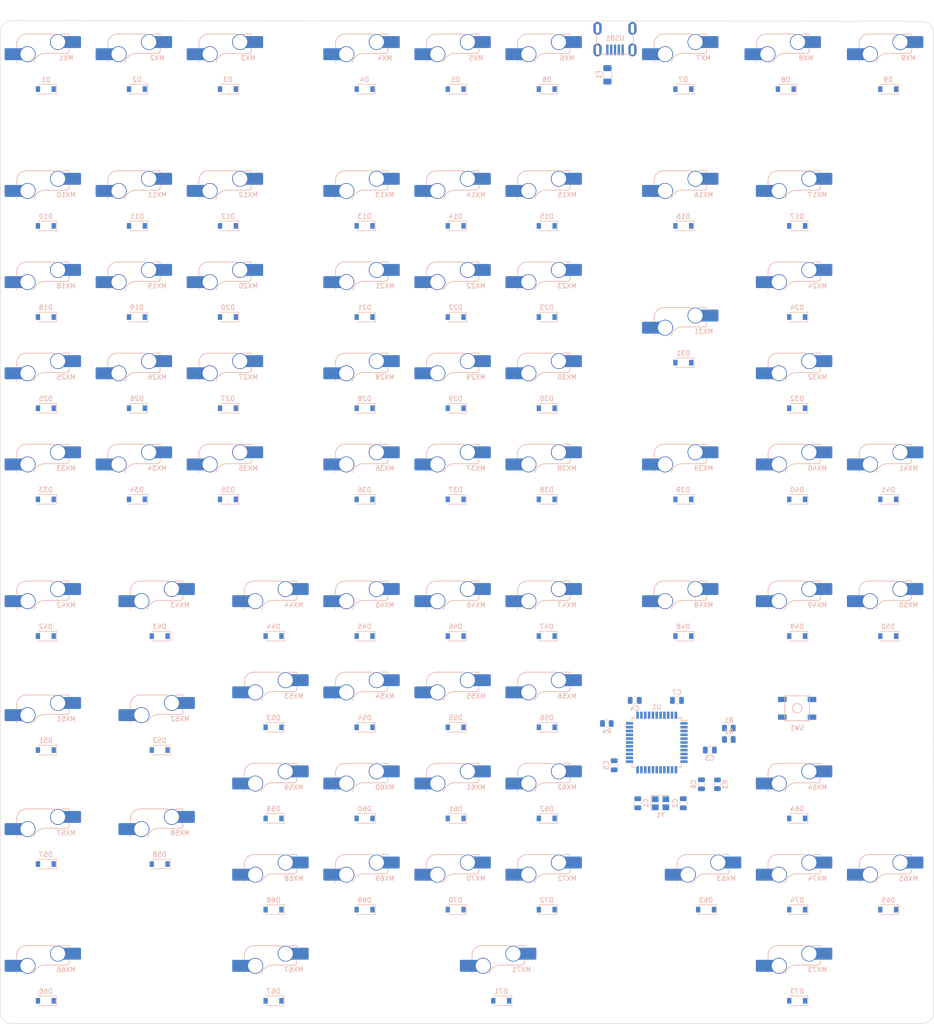
<source format=kicad_pcb>
(kicad_pcb (version 20211014) (generator pcbnew)
  (layers (0 "F.Cu" signal) (31 "B.Cu" signal) (34 "B.Paste" user) (35 "F.Paste" user) (36 "B.SilkS" user "B.Silkscreen") (37 "F.SilkS" user "F.Silkscreen") (38 "B.Mask" user) (39 "F.Mask" user) (44 "Edge.Cuts" user))
  (net 0 "")
  (net 1 "GND")
  (net 2 "Net-(C1-Pad2)")
  (net 3 "Net-(C2-Pad2)")
  (net 4 "Net-(C3-Pad1)")
  (net 5 "+5V")
  (net 6 "ROW0")
  (net 7 "Net-(D1-Pad2)")
  (net 8 "Net-(D2-Pad2)")
  (net 9 "Net-(D3-Pad2)")
  (net 10 "Net-(D4-Pad2)")
  (net 11 "Net-(D5-Pad2)")
  (net 12 "Net-(D6-Pad2)")
  (net 13 "Net-(D7-Pad2)")
  (net 14 "Net-(D8-Pad2)")
  (net 15 "Net-(D9-Pad2)")
  (net 16 "ROW1")
  (net 17 "Net-(D10-Pad2)")
  (net 18 "Net-(D11-Pad2)")
  (net 19 "Net-(D12-Pad2)")
  (net 20 "Net-(D13-Pad2)")
  (net 21 "Net-(D14-Pad2)")
  (net 22 "Net-(D15-Pad2)")
  (net 23 "Net-(D16-Pad2)")
  (net 24 "Net-(D17-Pad2)")
  (net 25 "ROW2")
  (net 26 "Net-(D18-Pad2)")
  (net 27 "Net-(D19-Pad2)")
  (net 28 "Net-(D20-Pad2)")
  (net 29 "Net-(D21-Pad2)")
  (net 30 "Net-(D22-Pad2)")
  (net 31 "Net-(D23-Pad2)")
  (net 32 "Net-(D24-Pad2)")
  (net 33 "ROW3")
  (net 34 "Net-(D25-Pad2)")
  (net 35 "Net-(D26-Pad2)")
  (net 36 "Net-(D27-Pad2)")
  (net 37 "Net-(D28-Pad2)")
  (net 38 "Net-(D29-Pad2)")
  (net 39 "Net-(D30-Pad2)")
  (net 40 "Net-(D31-Pad2)")
  (net 41 "Net-(D32-Pad2)")
  (net 42 "ROW4")
  (net 43 "Net-(D33-Pad2)")
  (net 44 "Net-(D34-Pad2)")
  (net 45 "Net-(D35-Pad2)")
  (net 46 "Net-(D36-Pad2)")
  (net 47 "Net-(D37-Pad2)")
  (net 48 "Net-(D38-Pad2)")
  (net 49 "Net-(D39-Pad2)")
  (net 50 "Net-(D40-Pad2)")
  (net 51 "Net-(D41-Pad2)")
  (net 52 "ROW5")
  (net 53 "Net-(D42-Pad2)")
  (net 54 "Net-(D43-Pad2)")
  (net 55 "Net-(D44-Pad2)")
  (net 56 "Net-(D45-Pad2)")
  (net 57 "Net-(D46-Pad2)")
  (net 58 "Net-(D47-Pad2)")
  (net 59 "Net-(D48-Pad2)")
  (net 60 "Net-(D49-Pad2)")
  (net 61 "Net-(D50-Pad2)")
  (net 62 "ROW6")
  (net 63 "Net-(D51-Pad2)")
  (net 64 "Net-(D52-Pad2)")
  (net 65 "Net-(D53-Pad2)")
  (net 66 "Net-(D54-Pad2)")
  (net 67 "Net-(D55-Pad2)")
  (net 68 "Net-(D56-Pad2)")
  (net 69 "ROW7")
  (net 70 "Net-(D57-Pad2)")
  (net 71 "Net-(D58-Pad2)")
  (net 72 "Net-(D59-Pad2)")
  (net 73 "Net-(D60-Pad2)")
  (net 74 "Net-(D61-Pad2)")
  (net 75 "Net-(D62-Pad2)")
  (net 76 "Net-(D63-Pad2)")
  (net 77 "Net-(D64-Pad2)")
  (net 78 "Net-(D65-Pad2)")
  (net 79 "ROW8")
  (net 80 "Net-(D66-Pad2)")
  (net 81 "Net-(D67-Pad2)")
  (net 82 "Net-(D68-Pad2)")
  (net 83 "Net-(D69-Pad2)")
  (net 84 "Net-(D70-Pad2)")
  (net 85 "Net-(D71-Pad2)")
  (net 86 "Net-(D72-Pad2)")
  (net 87 "Net-(D73-Pad2)")
  (net 88 "Net-(D74-Pad2)")
  (net 89 "VCC")
  (net 90 "COL0")
  (net 91 "cOL1")
  (net 92 "COL2")
  (net 93 "COL3")
  (net 94 "COL4")
  (net 95 "COL5")
  (net 96 "COL6")
  (net 97 "COL7")
  (net 98 "COL8")
  (net 99 "D-")
  (net 100 "Net-(R1-Pad2)")
  (net 101 "D+")
  (net 102 "Net-(R2-Pad2)")
  (net 103 "Net-(R3-Pad2)")
  (net 104 "Net-(R4-Pad1)")
  (footprint "Diode_SMD:D_SOD-123" (layer "B.Cu") (at -169.8625 107.95 180)
    (fp_text reference "D24")
    (fp_text value "SOD-123")
  )
  (footprint "marbastlib-mx:SW_MX_HS_1u" (layer "B.Cu") (at -307.975 84.1375 180)
    (fp_text reference "MX11")
    (fp_text value "MX-NoLED" hide)
  )
  (footprint "Diode_SMD:D_SOD-123" (layer "B.Cu") (at -279.4 193.675 180)
    (fp_text reference "D53")
    (fp_text value "SOD-123")
  )
  (footprint "Diode_SMD:D_SOD-123" (layer "B.Cu") (at -241.3 127 180)
    (fp_text reference "D29")
    (fp_text value "SOD-123")
  )
  (footprint "Capacitor_SMD:C_0805_2012Metric" (layer "B.Cu") (at -208.13125 201.6125 -90)
    (fp_text reference "C5")
    (fp_text value "0.1uF")
  )
  (footprint "marbastlib-mx:SW_MX_HS_1u" (layer "B.Cu") (at -241.3 207.9625 180)
    (fp_text reference "MX61")
    (fp_text value "MX-NoLED" hide)
  )
  (footprint "marbastlib-mx:SW_MX_HS_1u" (layer "B.Cu") (at -327.025 122.2375 180)
    (fp_text reference "MX25")
    (fp_text value "MX-NoLED" hide)
  )
  (footprint "Diode_SMD:D_SOD-123" (layer "B.Cu") (at -222.25 60.325 180)
    (fp_text reference "D6")
    (fp_text value "SOD-123")
  )
  (footprint "marbastlib-mx:SW_MX_HS_1u" (layer "B.Cu") (at -241.3 55.5625 180)
    (fp_text reference "MX5")
    (fp_text value "MX-NoLED" hide)
  )
  (footprint "Capacitor_SMD:C_0805_2012Metric" (layer "B.Cu") (at -203.2 209.55 90)
    (fp_text reference "C1")
    (fp_text value "22pF")
  )
  (footprint "marbastlib-mx:SW_MX_HS_1u" (layer "B.Cu") (at -222.25 55.5625 180)
    (fp_text reference "MX6")
    (fp_text value "MX-NoLED" hide)
  )
  (footprint "Crystal:Crystal_SMD_3225-4Pin_3.2x2.5mm" (layer "B.Cu") (at -198.4375 209.55)
    (fp_text reference "Y1")
    (fp_text value "16MHz")
  )
  (footprint "Diode_SMD:D_SOD-123" (layer "B.Cu") (at -327.025 146.05 180)
    (fp_text reference "D33")
    (fp_text value "SOD-123")
  )
  (footprint "marbastlib-mx:SW_MX_HS_1u" (layer "B.Cu") (at -327.025 193.675 180)
    (fp_text reference "MX51")
    (fp_text value "MX-NoLED" hide)
  )
  (footprint "marbastlib-mx:SW_MX_HS_1u" (layer "B.Cu") (at -241.3 169.8625 180)
    (fp_text reference "MX46")
    (fp_text value "MX-NoLED" hide)
  )
  (footprint "Diode_SMD:D_SOD-123" (layer "B.Cu") (at -260.35 88.9 180)
    (fp_text reference "D13")
    (fp_text value "SOD-123")
  )
  (footprint "Diode_SMD:D_SOD-123" (layer "B.Cu") (at -307.975 88.9 180)
    (fp_text reference "D11")
    (fp_text value "SOD-123")
  )
  (footprint "Diode_SMD:D_SOD-123" (layer "B.Cu") (at -150.8125 60.325 180)
    (fp_text reference "D9")
    (fp_text value "SOD-123")
  )
  (footprint "Diode_SMD:D_SOD-123" (layer "B.Cu") (at -307.975 107.95 180)
    (fp_text reference "D19")
    (fp_text value "SOD-123")
  )
  (footprint "Diode_SMD:D_SOD-123" (layer "B.Cu") (at -303.2125 198.4375 180)
    (fp_text reference "D52")
    (fp_text value "SOD-123")
  )
  (footprint "Capacitor_SMD:C_0805_2012Metric" (layer "B.Cu") (at -203.836252 188.06)
    (fp_text reference "C4")
    (fp_text value "0.1uF")
  )
  (footprint "Resistor_SMD:R_0805_2012Metric" (layer "B.Cu") (at -186.53125 205.58125 90)
    (fp_text reference "R3")
    (fp_text value "10k")
  )
  (footprint "Diode_SMD:D_SOD-123" (layer "B.Cu") (at -172.24375 60.325 180)
    (fp_text reference "D8")
    (fp_text value "SOD-123")
  )
  (footprint "marbastlib-mx:SW_MX_HS_1u" (layer "B.Cu") (at -222.25 227.0125 180)
    (fp_text reference "MX72")
    (fp_text value "MX-NoLED" hide)
  )
  (footprint "Diode_SMD:D_SOD-123" (layer "B.Cu") (at -169.8625 250.825 180)
    (fp_text reference "D73")
    (fp_text value "SOD-123")
  )
  (footprint "marbastlib-mx:SW_MX_HS_1u" (layer "B.Cu") (at -327.025 217.4875 180)
    (fp_text reference "MX57")
    (fp_text value "MX-NoLED" hide)
  )
  (footprint "Diode_SMD:D_SOD-123" (layer "B.Cu") (at -193.675 146.05 180)
    (fp_text reference "D39")
    (fp_text value "SOD-123")
  )
  (footprint "Diode_SMD:D_SOD-123" (layer "B.Cu") (at -279.4 212.725 180)
    (fp_text reference "D59")
    (fp_text value "SOD-123")
  )
  (footprint "marbastlib-mx:SW_MX_HS_1u" (layer "B.Cu") (at -307.975 103.1875 180)
    (fp_text reference "MX19")
    (fp_text value "MX-NoLED" hide)
  )
  (footprint "marbastlib-mx:SW_MX_HS_1u" (layer "B.Cu") (at -260.35 227.0125 180)
    (fp_text reference "MX69")
    (fp_text value "MX-NoLED" hide)
  )
  (footprint "Diode_SMD:D_SOD-123" (layer "B.Cu") (at -307.975 146.05 180)
    (fp_text reference "D34")
    (fp_text value "SOD-123")
  )
  (footprint "marbastlib-mx:SW_MX_HS_1u" (layer "B.Cu") (at -241.3 188.9125 180)
    (fp_text reference "MX55")
    (fp_text value "MX-NoLED" hide)
  )
  (footprint "marbastlib-mx:SW_MX_HS_1u" (layer "B.Cu") (at -241.3 103.1875 180)
    (fp_text reference "MX22")
    (fp_text value "MX-NoLED" hide)
  )
  (footprint "marbastlib-mx:SW_MX_HS_1u" (layer "B.Cu") (at -150.8125 55.5625 180)
    (fp_text reference "MX9")
    (fp_text value "MX-NoLED" hide)
  )
  (footprint "Diode_SMD:D_SOD-123" (layer "B.Cu") (at -260.35 193.675 180)
    (fp_text reference "D54")
    (fp_text value "SOD-123")
  )
  (footprint "Diode_SMD:D_SOD-123" (layer "B.Cu") (at -222.25 88.9 180)
    (fp_text reference "D15")
    (fp_text value "SOD-123")
  )
  (footprint "marbastlib-mx:SW_MX_HS_1u" (layer "B.Cu") (at -279.4 246.0625 180)
    (fp_text reference "MX67")
    (fp_text value "MX-NoLED" hide)
  )
  (footprint "Diode_SMD:D_SOD-123" (layer "B.Cu") (at -188.9125 231.775 180)
    (fp_text reference "D63")
    (fp_text value "SOD-123")
  )
  (footprint "Diode_SMD:D_SOD-123" (layer "B.Cu") (at -260.35 146.05 180)
    (fp_text reference "D36")
    (fp_text value "SOD-123")
  )
  (footprint "marbastlib-mx:SW_MX_HS_1u" (layer "B.Cu") (at -169.8625 169.8625 180)
    (fp_text reference "MX49")
    (fp_text value "MX-NoLED" hide)
  )
  (footprint "marbastlib-mx:SW_MX_HS_1u" (layer "B.Cu") (at -288.925 141.2875 180)
    (fp_text reference "MX35")
    (fp_text value "MX-NoLED" hide)
  )
  (footprint "marbastlib-mx:SW_MX_HS_1u" (layer "B.Cu") (at -260.35 141.2875 180)
    (fp_text reference "MX36")
    (fp_text value "MX-NoLED" hide)
  )
  (footprint "marbastlib-mx:SW_MX_HS_1u" (layer "B.Cu") (at -288.925 84.1375 180)
    (fp_text reference "MX12")
    (fp_text value "MX-NoLED" hide)
  )
  (footprint "marbastlib-mx:SW_MX_HS_1u" (layer "B.Cu") (at -279.4 227.0125 180)
    (fp_text reference "MX68")
    (fp_text value "MX-NoLED" hide)
  )
  (footprint "Diode_SMD:D_SOD-123" (layer "B.Cu") (at -222.25 212.725 180)
    (fp_text reference "D62")
    (fp_text value "SOD-123")
  )
  (footprint "random-keyboard-parts:Molex-0548190589" (layer "B.Cu") (at -207.9625 47.625 -90)
    (fp_text reference "USB1")
    (fp_text value "Molex-0548190589")
  )
  (footprint "marbastlib-mx:SW_MX_HS_1u" (layer "B.Cu") (at -327.025 169.8625 180)
    (fp_text reference "MX42")
    (fp_text value "MX-NoLED" hide)
  )
  (footprint "Diode_SMD:D_SOD-123" (layer "B.Cu") (at -193.675 117.475 180)
    (fp_text reference "D31")
    (fp_text value "SOD-123")
  )
  (footprint "marbastlib-mx:SW_MX_HS_1u" (layer "B.Cu") (at -303.2125 193.675 180)
    (fp_text reference "MX52")
    (fp_text value "MX-NoLED" hide)
  )
  (footprint "Diode_SMD:D_SOD-123" (layer "B.Cu") (at -241.3 107.95 180)
    (fp_text reference "D22")
    (fp_text value "SOD-123")
  )
  (footprint "Diode_SMD:D_SOD-123" (layer "B.Cu") (at -169.8625 88.9 180)
    (fp_text reference "D17")
    (fp_text value "SOD-123")
  )
  (footprint "marbastlib-mx:SW_MX_HS_1u" (layer "B.Cu") (at -222.25 84.1375 180)
    (fp_text reference "MX15")
    (fp_text value "MX-NoLED" hide)
  )
  (footprint "Diode_SMD:D_SOD-123" (layer "B.Cu") (at -241.3 88.9 180)
    (fp_text reference "D14")
    (fp_text value "SOD-123")
  )
  (footprint "Diode_SMD:D_SOD-123" (layer "B.Cu") (at -260.35 60.325 180)
    (fp_text reference "D4")
    (fp_text value "SOD-123")
  )
  (footprint "Capacitor_SMD:C_0805_2012Metric" (layer "B.Cu") (at -193.675 209.55 -90)
    (fp_text reference "C2")
    (fp_text value "22pF")
  )
  (footprint "Diode_SMD:D_SOD-123" (layer "B.Cu") (at -288.925 60.325 180)
    (fp_text reference "D3")
    (fp_text value "SOD-123")
  )
  (footprint "marbastlib-mx:SW_MX_HS_1u" (layer "B.Cu") (at -241.3 84.1375 180)
    (fp_text reference "MX14")
    (fp_text value "MX-NoLED" hide)
  )
  (footprint "Diode_SMD:D_SOD-123" (layer "B.Cu") (at -222.25 107.95 180)
    (fp_text reference "D23")
    (fp_text value "SOD-123")
  )
  (footprint "marbastlib-mx:SW_MX_HS_1u" (layer "B.Cu") (at -279.4 188.9125 180)
    (fp_text reference "MX53")
    (fp_text value "MX-NoLED" hide)
  )
  (footprint "Diode_SMD:D_SOD-123" (layer "B.Cu") (at -303.2125 174.625 180)
    (fp_text reference "D43")
    (fp_text value "SOD-123")
  )
  (footprint "marbastlib-mx:SW_MX_HS_1u" (layer "B.Cu") (at -169.8625 141.2875 180)
    (fp_text reference "MX40")
    (fp_text value "MX-NoLED" hide)
  )
  (footprint "marbastlib-mx:SW_MX_HS_1u" (layer "B.Cu") (at -327.025 246.0625 180)
    (fp_text reference "MX66")
    (fp_text value "MX-NoLED" hide)
  )
  (footprint "Diode_SMD:D_SOD-123" (layer "B.Cu") (at -327.025 198.4375 180)
    (fp_text reference "D51")
    (fp_text value "SOD-123")
  )
  (footprint "Diode_SMD:D_SOD-123" (layer "B.Cu") (at -169.8625 212.725 180)
    (fp_text reference "D64")
    (fp_text value "SOD-123")
  )
  (footprint "Diode_SMD:D_SOD-123" (layer "B.Cu") (at -241.3 193.675 180)
    (fp_text reference "D55")
    (fp_text value "SOD-123")
  )
  (footprint "Diode_SMD:D_SOD-123" (layer "B.Cu") (at -241.3 212.725 180)
    (fp_text reference "D61")
    (fp_text value "SOD-123")
  )
  (footprint "Diode_SMD:D_SOD-123" (layer "B.Cu") (at -241.3 231.775 180)
    (fp_text reference "D70")
    (fp_text value "SOD-123")
  )
  (footprint "marbastlib-mx:SW_MX_HS_1u" (layer "B.Cu") (at -327.025 84.1375 180)
    (fp_text reference "MX10")
    (fp_text value "MX-NoLED" hide)
  )
  (footprint "marbastlib-mx:SW_MX_HS_1u" (layer "B.Cu") (at -260.35 103.1875 180)
    (fp_text reference "MX21")
    (fp_text value "MX-NoLED" hide)
  )
  (footprint "Diode_SMD:D_SOD-123" (layer "B.Cu") (at -260.35 127 180)
    (fp_text reference "D28")
    (fp_text value "SOD-123")
  )
  (footprint "marbastlib-mx:SW_MX_HS_1u" (layer "B.Cu") (at -222.25 207.9625 180)
    (fp_text reference "MX62")
    (fp_text value "MX-NoLED" hide)
  )
  (footprint "marbastlib-mx:SW_MX_HS_1u" (layer "B.Cu") (at -169.8625 122.2375 180)
    (fp_text reference "MX32")
    (fp_text value "MX-NoLED" hide)
  )
  (footprint "marbastlib-mx:SW_MX_HS_1u" (layer "B.Cu") (at -222.25 188.9125 180)
    (fp_text reference "MX56")
    (fp_text value "MX-NoLED" hide)
  )
  (footprint "Diode_SMD:D_SOD-123" (layer "B.Cu") (at -260.35 107.95 180)
    (fp_text reference "D21")
    (fp_text value "SOD-123")
  )
  (footprint "marbastlib-mx:SW_MX_HS_1u" (layer "B.Cu") (at -222.25 141.2875 180)
    (fp_text reference "MX38")
    (fp_text value "MX-NoLED" hide)
  )
  (footprint "marbastlib-mx:SW_MX_HS_1u" (layer "B.Cu") (at -279.4 169.8625 180)
    (fp_text reference "MX44")
    (fp_text value "MX-NoLED" hide)
  )
  (footprint "Diode_SMD:D_SOD-123" (layer "B.Cu") (at -279.4 174.625 180)
    (fp_text reference "D44")
    (fp_text value "SOD-123")
  )
  (footprint "marbastlib-mx:SW_MX_HS_1u" (layer "B.Cu") (at -169.8625 227.0125 180)
    (fp_text reference "MX74")
    (fp_text value "MX-NoLED" hide)
  )
  (footprint "Diode_SMD:D_SOD-123" (layer "B.Cu") (at -169.8625 146.05 180)
    (fp_text reference "D40")
    (fp_text value "SOD-123")
  )
  (footprint "Diode_SMD:D_SOD-123" (layer "B.Cu") (at -150.8125 146.05 180)
    (fp_text reference "D41")
    (fp_text value "SOD-123")
  )
  (footprint "Diode_SMD:D_SOD-123" (layer "B.Cu") (at -193.675 60.325 180)
    (fp_text reference "D7")
    (fp_text value "SOD-123")
  )
  (footprint "marbastlib-mx:SW_MX_HS_1u" (layer "B.Cu") (at -260.35 122.2375 180)
    (fp_text reference "MX28")
    (fp_text value "MX-NoLED" hide)
  )
  (footprint "Diode_SMD:D_SOD-123" (layer "B.Cu") (at -150.8125 231.775 180)
    (fp_text reference "D65")
    (fp_text value "SOD-123")
  )
  (footprint "Diode_SMD:D_SOD-123" (layer "B.Cu") (at -260.35 231.775 180)
    (fp_text reference "D69")
    (fp_text value "SOD-123")
  )
  (footprint "marbastlib-mx:SW_MX_HS_1u" (layer "B.Cu") (at -222.25 122.2375 180)
    (fp_text reference "MX30")
    (fp_text value "MX-NoLED" hide)
  )
  (footprint "Diode_SMD:D_SOD-123" (layer "B.Cu") (at -327.025 107.95 180)
    (fp_text reference "D18")
    (fp_text value "SOD-123")
  )
  (footprint "marbastlib-mx:SW_MX_HS_1u" (layer "B.Cu") (at -188.9125 227.0125 180)
    (fp_text reference "MX63")
    (fp_text value "MX-NoLED" hide)
  )
  (footprint "Diode_SMD:D_SOD-123" (layer "B.Cu") (at -307.975 127 180)
    (fp_text reference "D26")
    (fp_text value "SOD-123")
  )
  (footprint "Capacitor_SMD:C_0805_2012Metric" (layer "B.Cu") (at -189.875 205.58125 -90)
    (fp_text reference "C6")
    (fp_text value "0.1uF")
  )
  (footprint "Diode_SMD:D_SOD-123" (layer "B.Cu") (at -231.775 250.825 180)
    (fp_text reference "D71")
    (fp_text value "SOD-123")
  )
  (footprint "marbastlib-mx:SW_MX_HS_1u" (layer "B.Cu") (at -260.35 207.9625 180)
    (fp_text reference "MX60")
    (fp_text value "MX-NoLED" hide)
  )
  (footprint "Diode_SMD:D_SOD-123" (layer "B.Cu") (at -222.25 174.625 180)
    (fp_text reference "D47")
    (fp_text value "SOD-123")
  )
  (footprint "marbastlib-mx:SW_MX_HS_1u" (layer "B.Cu") (at -260.35 169.8625 180)
    (fp_text reference "MX45")
    (fp_text value "MX-NoLED" hide)
  )
  (footprint "Diode_SMD:D_SOD-123" (layer "B.Cu") (at -327.025 127 180)
    (fp_text reference "D25")
    (fp_text value "SOD-123")
  )
  (footprint "Diode_SMD:D_SOD-123" (layer "B.Cu") (at -241.3 60.325 180)
    (fp_text reference "D5")
    (fp_text value "SOD-123")
  )
  (footprint "Diode_SMD:D_SOD-123" (layer "B.Cu") (at -288.925 107.95 180)
    (fp_text reference "D20")
    (fp_text value "SOD-123")
  )
  (footprint "marbastlib-mx:SW_MX_HS_1u" (layer "B.Cu") (at -169.8625 207.9625 180)
    (fp_text reference "MX64")
    (fp_text value "MX-NoLED" hide)
  )
  (footprint "Capacitor_SMD:C_0805_2012Metric" (layer "B.Cu") (at -195.001248 188.06 180)
    (fp_text reference "C7")
    (fp_text value "10uF")
  )
  (footprint "marbastlib-mx:SW_MX_HS_1u" (layer "B.Cu") (at -307.975 122.2375 180)
    (fp_text reference "MX26")
    (fp_text value "MX-NoLED" hide)
  )
  (footprint "Diode_SMD:D_SOD-123" (layer "B.Cu") (at -327.025 174.625 180)
    (fp_text reference "D42")
    (fp_text value "SOD-123")
  )
  (footprint "marbastlib-mx:SW_MX_HS_1u" (layer "B.Cu") (at -169.8625 103.1875 180)
    (fp_text reference "MX24")
    (fp_text value "MX-NoLED" hide)
  )
  (footprint "marbastlib-mx:SW_MX_HS_1u" (layer "B.Cu") (at -260.35 84.1375 180)
    (fp_text reference "MX13")
    (fp_text value "MX-NoLED" hide)
  )
  (footprint "marbastlib-mx:SW_MX_HS_1u" (layer "B.Cu") (at -231.775 246.0625 180)
    (fp_text reference "MX71")
    (fp_text value "MX-NoLED" hide)
  )
  (footprint "Fuse:Fuse_1206_3216Metric" (layer "B.Cu") (at -209.55 57.3375 -90)
    (fp_text reference "F1")
    (fp_text value "500mA")
  )
  (footprint "Diode_SMD:D_SOD-123" (layer "B.Cu") (at -327.025 250.825 180)
    (fp_text reference "D66")
    (fp_text value "SOD-123")
  )
  (footprint "marbastlib-mx:SW_MX_HS_1u" (layer "B.Cu") (at -241.3 141.2875 180)
    (fp_text reference "MX37")
    (fp_text value "MX-NoLED" hide)
  )
  (footprint "Diode_SMD:D_SOD-123" (layer "B.Cu") (at -241.3 174.625 180)
    (fp_text reference "D46")
    (fp_text value "SOD-123")
  )
  (footprint "marbastlib-mx:SW_MX_HS_1u" (layer "B.Cu") (at -327.025 55.5625 180)
    (fp_text reference "MX1")
    (fp_text value "MX-NoLED" hide)
  )
  (footprint "marbastlib-mx:SW_MX_HS_1u" (layer "B.Cu") (at -222.25 103.1875 180)
    (fp_text reference "MX23")
    (fp_text value "MX-NoLED" hide)
  )
  (footprint "marbastlib-mx:STAB_MX_2u" (layer "B.Cu") (at -169.8625 246.0625)
    (fp_text reference "S73" hide)
    (fp_text value "MX_stab")
  )
  (footprint "Diode_SMD:D_SOD-123" (layer "B.Cu") (at -150.8125 174.625 180)
    (fp_text reference "D50")
    (fp_text value "SOD-123")
  )
  (footprint "marbastlib-mx:SW_MX_HS_1u" (layer "B.Cu") (at -222.25 169.8625 180)
    (fp_text reference "MX47")
    (fp_text value "MX-NoLED" hide)
  )
  (footprint "marbastlib-mx:SW_MX_HS_1u" (layer "B.Cu") (at -288.925 55.5625 180)
    (fp_text reference "MX3")
    (fp_text value "MX-NoLED" hide)
  )
  (footprint "Diode_SMD:D_SOD-123" (layer "B.Cu") (at -303.2125 222.25 180)
    (fp_text reference "D58")
    (fp_text value "SOD-123")
  )
  (footprint "Diode_SMD:D_SOD-123" (layer "B.Cu") (at -260.35 174.625 180)
    (fp_text reference "D45")
    (fp_text value "SOD-123")
  )
  (footprint "marbastlib-mx:SW_MX_HS_1u" (layer "B.Cu") (at -241.3 227.0125 180)
    (fp_text reference "MX70")
    (fp_text value "MX-NoLED" hide)
  )
  (footprint "Diode_SMD:D_SOD-123" (layer "B.Cu") (at -169.8625 231.775 180)
    (fp_text reference "D74")
    (fp_text value "SOD-123")
  )
  (footprint "Diode_SMD:D_SOD-123" (layer "B.Cu") (at -222.25 231.775 180)
    (fp_text reference "D72")
    (fp_text value "SOD-123")
  )
  (footprint "marbastlib-mx:SW_MX_HS_1u" (layer "B.Cu") (at -193.675 84.1375 180)
    (fp_text reference "MX16")
    (fp_text value "MX-NoLED" hide)
  )
  (footprint "Resistor_SMD:R_0805_2012Metric" (layer "B.Cu") (at -209.66875 192.88125)
    (fp_text reference "R4")
    (fp_text value "10k")
  )
  (footprint "Diode_SMD:D_SOD-123" (layer "B.Cu") (at -241.3 146.05 180)
    (fp_text reference "D37")
    (fp_text value "SOD-123")
  )
  (footprint "Diode_SMD:D_SOD-123" (layer "B.Cu") (at -327.025 60.325 180)
    (fp_text reference "D1")
    (fp_text value "SOD-123")
  )
  (footprint "Diode_SMD:D_SOD-123" (layer "B.Cu") (at -193.675 174.625 180)
    (fp_text reference "D48")
    (fp_text value "SOD-123")
  )
  (footprint "Package_QFP:TQFP-44_10x10mm_P0.8mm" (layer "B.Cu") (at -199.23125 196.85 180)
    (fp_text reference "U1")
    (fp_text value "ATmega32U4-A")
  )
  (footprint "marbastlib-mx:SW_MX_HS_1u" (layer "B.Cu") (at -172.24375 55.5625 180)
    (fp_text reference "MX8")
    (fp_text value "MX-NoLED" hide)
  )
  (footprint "marbastlib-mx:SW_MX_HS_1u" (layer "B.Cu") (at -327.025 141.2875 180)
    (fp_text reference "MX33")
    (fp_text value "MX-NoLED" hide)
  )
  (footprint "marbastlib-mx:SW_MX_HS_1u" (layer "B.Cu") (at -307.975 55.5625 180)
    (fp_text reference "MX2")
    (fp_text value "MX-NoLED" hide)
  )
  (footprint "marbastlib-mx:SW_MX_HS_1u" (layer "B.Cu") (at -288.925 122.2375 180)
    (fp_text reference "MX27")
    (fp_text value "MX-NoLED" hide)
  )
  (footprint "marbastlib-mx:SW_MX_HS_1u" (layer "B.Cu") (at -193.675 112.7125 180)
    (fp_text reference "MX31")
    (fp_text value "MX-NoLED" hide)
  )
  (footprint "Diode_SMD:D_SOD-123" (layer "B.Cu") (at -222.25 127 180)
    (fp_text reference "D30")
    (fp_text value "SOD-123")
  )
  (footprint "Diode_SMD:D_SOD-123" (layer "B.Cu") (at -222.25 193.675 180)
    (fp_text reference "D56")
    (fp_text value "SOD-123")
  )
  (footprint "Diode_SMD:D_SOD-123" (layer "B.Cu") (at -169.8625 174.625 180)
    (fp_text reference "D49")
    (fp_text value "SOD-123")
  )
  (footprint "Diode_SMD:D_SOD-123" (layer "B.Cu") (at -288.925 127 180)
    (fp_text reference "D27")
    (fp_text value "SOD-123")
  )
  (footprint "marbastlib-mx:SW_MX_HS_1u" (layer "B.Cu") (at -150.8125 169.8625 180)
    (fp_text reference "MX50")
    (fp_text value "MX-NoLED" hide)
  )
  (footprint "marbastlib-mx:SW_MX_HS_1u" (layer "B.Cu") (at -150.8125 141.2875 180)
    (fp_text reference "MX41")
    (fp_text value "MX-NoLED" hide)
  )
  (footprint "Resistor_SMD:R_0805_2012Metric" (layer "B.Cu") (at -184.15 196.225 180)
    (fp_text reference "R2")
    (fp_text value "22")
  )
  (footprint "Diode_SMD:D_SOD-123" (layer "B.Cu") (at -307.975 60.325 180)
    (fp_text reference "D2")
    (fp_text value "SOD-123")
  )
  (footprint "Diode_SMD:D_SOD-123" (layer "B.Cu") (at -222.25 146.05 180)
    (fp_text reference "D38")
    (fp_text value "SOD-123")
  )
  (footprint "Diode_SMD:D_SOD-123" (layer "B.Cu") (at -169.8625 127 180)
    (fp_text reference "D32")
    (fp_text value "SOD-123")
  )
  (footprint "marbastlib-mx:SW_MX_HS_1u" (layer "B.Cu") (at -279.4 207.9625 180)
    (fp_text reference "MX59")
    (fp_text value "MX-NoLED" hide)
  )
  (footprint "marbastlib-mx:SW_MX_HS_1u" (layer "B.Cu") (at -150.8125 227.0125 180)
    (fp_text reference "MX65")
    (fp_text value "MX-NoLED" hide)
  )
  (footprint "marbastlib-mx:SW_MX_HS_1u" (layer "B.Cu") (at -193.675 169.8625 180)
    (fp_text reference "MX48")
    (fp_text value "MX-NoLED" hide)
  )
  (footprint "Diode_SMD:D_SOD-123" (layer "B.Cu") (at -279.4 250.825 180)
    (fp_text reference "D67")
    (fp_text value "SOD-123")
  )
  (footprint "Capacitor_SMD:C_0805_2012Metric" (layer "B.Cu") (at -188.11875 198.4375)
    (fp_text reference "C3")
    (fp_text value "1uF")
  )
  (footprint "marbastlib-mx:SW_MX_HS_1u" (layer "B.Cu") (at -303.2125 217.4875 180)
    (fp_text reference "MX58")
    (fp_text value "MX-NoLED" hide)
  )
  (footprint "marbastlib-mx:SW_MX_HS_1u" (layer "B.Cu") (at -169.8625 246.0625 180)
    (fp_text reference "MX73")
    (fp_text value "MX-NoLED" hide)
  )
  (footprint "Resistor_SMD:R_0805_2012Metric" (layer "B.Cu") (at -184.15 193.84375 180)
    (fp_text reference "R1")
    (fp_text value "22")
  )
  (footprint "random-keyboard-parts:SKQG-1155865" (layer "B.Cu") (at -169.8625 189.70625 180)
    (fp_text reference "SW1")
    (fp_text value "SW_Push")
  )
  (footprint "marbastlib-mx:SW_MX_HS_1u" (layer "B.Cu") (at -288.925 103.1875 180)
    (fp_text reference "MX20")
    (fp_text value "MX-NoLED" hide)
  )
  (footprint "Diode_SMD:D_SOD-123" (layer "B.Cu") (at -288.925 88.9 180)
    (fp_text reference "D12")
    (fp_text value "SOD-123")
  )
  (footprint "marbastlib-mx:SW_MX_HS_1u" (layer "B.Cu") (at -303.2125 169.8625 180)
    (fp_text reference "MX43")
    (fp_text value "MX-NoLED" hide)
  )
  (footprint "marbastlib-mx:SW_MX_HS_1u" (layer "B.Cu") (at -307.975 141.2875 180)
    (fp_text reference "MX34")
    (fp_text value "MX-NoLED" hide)
  )
  (footprint "marbastlib-mx:SW_MX_HS_1u" (layer "B.Cu") (at -193.675 141.2875 180)
    (fp_text reference "MX39")
    (fp_text value "MX-NoLED" hide)
  )
  (footprint "Diode_SMD:D_SOD-123" (layer "B.Cu") (at -327.025 88.9 180)
    (fp_text reference "D10")
    (fp_text value "SOD-123")
  )
  (footprint "marbastlib-mx:SW_MX_HS_1u" (layer "B.Cu") (at -169.8625 84.1375 180)
    (fp_text reference "MX17")
    (fp_text value "MX-NoLED" hide)
  )
  (footprint "marbastlib-mx:SW_MX_HS_1u" (layer "B.Cu") (at -260.35 55.5625 180)
    (fp_text reference "MX4")
    (fp_text value "MX-NoLED" hide)
  )
  (footprint "Diode_SMD:D_SOD-123" (layer "B.Cu") (at -260.35 212.725 180)
    (fp_text reference "D60")
    (fp_text value "SOD-123")
  )
  (footprint "marbastlib-mx:SW_MX_HS_1u" (layer "B.Cu") (at -193.675 55.5625 180)
    (fp_text reference "MX7")
    (fp_text value "MX-NoLED" hide)
  )
  (footprint "Diode_SMD:D_SOD-123" (layer "B.Cu") (at -288.925 146.05 180)
    (fp_text reference "D35")
    (fp_text value "SOD-123")
  )
  (footprint "marbastlib-mx:SW_MX_HS_1u" (layer "B.Cu") (at -327.025 103.1875 180)
    (fp_text reference "MX18")
    (fp_text value "MX-NoLED" hide)
  )
  (footprint "Diode_SMD:D_SOD-123" (layer "B.Cu") (at -327.025 222.25 180)
    (fp_text reference "D57")
    (fp_text value "SOD-123")
  )
  (footprint "Diode_SMD:D_SOD-123" (layer "B.Cu") (at -193.675 88.9 180)
    (fp_text reference "D16")
    (fp_text value "SOD-123")
  )
  (footprint "marbastlib-mx:SW_MX_HS_1u" (layer "B.Cu") (at -260.35 188.9125 180)
    (fp_text reference "MX54")
    (fp_text value "MX-NoLED" hide)
  )
  (footprint "marbastlib-mx:SW_MX_HS_1u" (layer "B.Cu") (at -241.3 122.2375 180)
    (fp_text reference "MX29")
    (fp_text value "MX-NoLED" hide)
  )
  (footprint "Diode_SMD:D_SOD-123" (layer "B.Cu") (at -279.4 231.775 180)
    (fp_text reference "D68")
    (fp_text value "SOD-123")
  )
  (gr_arc (start -143.765048 46.133798) (mid -142.08125 46.83125) (end -141.383798 48.515048) (layer "Edge.Cuts") (width 0.1))
  (gr_line (start -336.55 253.20625) (end -336.55 48.41875) (layer "Edge.Cuts") (width 0.1))
  (gr_line (start -141.2875 253.20625) (end -141.383798 48.515048) (layer "Edge.Cuts") (width 0.1))
  (gr_arc (start -141.2875 253.20625) (mid -141.984952 254.890048) (end -143.66875 255.5875) (layer "Edge.Cuts") (width 0.1))
  (gr_arc (start -334.16875 255.5875) (mid -335.852548 254.890048) (end -336.55 253.20625) (layer "Edge.Cuts") (width 0.1))
  (gr_line (start -334.16875 255.5875) (end -143.66875 255.5875) (layer "Edge.Cuts") (width 0.1))
  (gr_line (start -143.765048 46.133798) (end -334.16875 46.0375) (layer "Edge.Cuts") (width 0.1))
  (gr_arc (start -336.55 48.41875) (mid -335.852548 46.734952) (end -334.16875 46.0375) (layer "Edge.Cuts") (width 0.1))
)
</source>
